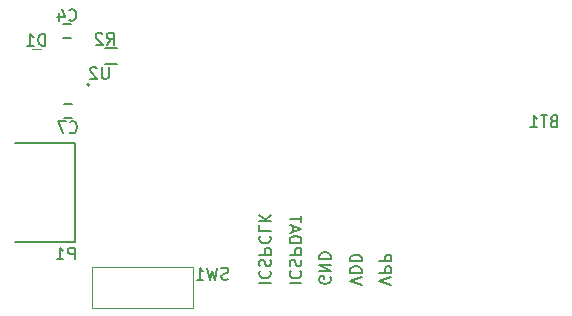
<source format=gbo>
G04 #@! TF.FileFunction,Legend,Bot*
%FSLAX46Y46*%
G04 Gerber Fmt 4.6, Leading zero omitted, Abs format (unit mm)*
G04 Created by KiCad (PCBNEW 4.0.2+dfsg1-stable) date Sun 14 May 2017 07:45:38 PM MDT*
%MOMM*%
G01*
G04 APERTURE LIST*
%ADD10C,0.100000*%
%ADD11C,0.200000*%
%ADD12C,0.150000*%
G04 APERTURE END LIST*
D10*
D11*
X179347619Y-118261905D02*
X180347619Y-118261905D01*
X179442857Y-117214286D02*
X179395238Y-117261905D01*
X179347619Y-117404762D01*
X179347619Y-117500000D01*
X179395238Y-117642858D01*
X179490476Y-117738096D01*
X179585714Y-117785715D01*
X179776190Y-117833334D01*
X179919048Y-117833334D01*
X180109524Y-117785715D01*
X180204762Y-117738096D01*
X180300000Y-117642858D01*
X180347619Y-117500000D01*
X180347619Y-117404762D01*
X180300000Y-117261905D01*
X180252381Y-117214286D01*
X179395238Y-116833334D02*
X179347619Y-116690477D01*
X179347619Y-116452381D01*
X179395238Y-116357143D01*
X179442857Y-116309524D01*
X179538095Y-116261905D01*
X179633333Y-116261905D01*
X179728571Y-116309524D01*
X179776190Y-116357143D01*
X179823810Y-116452381D01*
X179871429Y-116642858D01*
X179919048Y-116738096D01*
X179966667Y-116785715D01*
X180061905Y-116833334D01*
X180157143Y-116833334D01*
X180252381Y-116785715D01*
X180300000Y-116738096D01*
X180347619Y-116642858D01*
X180347619Y-116404762D01*
X180300000Y-116261905D01*
X179347619Y-115833334D02*
X180347619Y-115833334D01*
X180347619Y-115452381D01*
X180300000Y-115357143D01*
X180252381Y-115309524D01*
X180157143Y-115261905D01*
X180014286Y-115261905D01*
X179919048Y-115309524D01*
X179871429Y-115357143D01*
X179823810Y-115452381D01*
X179823810Y-115833334D01*
X179442857Y-114261905D02*
X179395238Y-114309524D01*
X179347619Y-114452381D01*
X179347619Y-114547619D01*
X179395238Y-114690477D01*
X179490476Y-114785715D01*
X179585714Y-114833334D01*
X179776190Y-114880953D01*
X179919048Y-114880953D01*
X180109524Y-114833334D01*
X180204762Y-114785715D01*
X180300000Y-114690477D01*
X180347619Y-114547619D01*
X180347619Y-114452381D01*
X180300000Y-114309524D01*
X180252381Y-114261905D01*
X179347619Y-113357143D02*
X179347619Y-113833334D01*
X180347619Y-113833334D01*
X179347619Y-113023810D02*
X180347619Y-113023810D01*
X179347619Y-112452381D02*
X179919048Y-112880953D01*
X180347619Y-112452381D02*
X179776190Y-113023810D01*
X181947619Y-118261905D02*
X182947619Y-118261905D01*
X182042857Y-117214286D02*
X181995238Y-117261905D01*
X181947619Y-117404762D01*
X181947619Y-117500000D01*
X181995238Y-117642858D01*
X182090476Y-117738096D01*
X182185714Y-117785715D01*
X182376190Y-117833334D01*
X182519048Y-117833334D01*
X182709524Y-117785715D01*
X182804762Y-117738096D01*
X182900000Y-117642858D01*
X182947619Y-117500000D01*
X182947619Y-117404762D01*
X182900000Y-117261905D01*
X182852381Y-117214286D01*
X181995238Y-116833334D02*
X181947619Y-116690477D01*
X181947619Y-116452381D01*
X181995238Y-116357143D01*
X182042857Y-116309524D01*
X182138095Y-116261905D01*
X182233333Y-116261905D01*
X182328571Y-116309524D01*
X182376190Y-116357143D01*
X182423810Y-116452381D01*
X182471429Y-116642858D01*
X182519048Y-116738096D01*
X182566667Y-116785715D01*
X182661905Y-116833334D01*
X182757143Y-116833334D01*
X182852381Y-116785715D01*
X182900000Y-116738096D01*
X182947619Y-116642858D01*
X182947619Y-116404762D01*
X182900000Y-116261905D01*
X181947619Y-115833334D02*
X182947619Y-115833334D01*
X182947619Y-115452381D01*
X182900000Y-115357143D01*
X182852381Y-115309524D01*
X182757143Y-115261905D01*
X182614286Y-115261905D01*
X182519048Y-115309524D01*
X182471429Y-115357143D01*
X182423810Y-115452381D01*
X182423810Y-115833334D01*
X181947619Y-114833334D02*
X182947619Y-114833334D01*
X182947619Y-114595239D01*
X182900000Y-114452381D01*
X182804762Y-114357143D01*
X182709524Y-114309524D01*
X182519048Y-114261905D01*
X182376190Y-114261905D01*
X182185714Y-114309524D01*
X182090476Y-114357143D01*
X181995238Y-114452381D01*
X181947619Y-114595239D01*
X181947619Y-114833334D01*
X182233333Y-113880953D02*
X182233333Y-113404762D01*
X181947619Y-113976191D02*
X182947619Y-113642858D01*
X181947619Y-113309524D01*
X182947619Y-113119048D02*
X182947619Y-112547619D01*
X181947619Y-112833334D02*
X182947619Y-112833334D01*
X185400000Y-117738095D02*
X185447619Y-117833333D01*
X185447619Y-117976190D01*
X185400000Y-118119048D01*
X185304762Y-118214286D01*
X185209524Y-118261905D01*
X185019048Y-118309524D01*
X184876190Y-118309524D01*
X184685714Y-118261905D01*
X184590476Y-118214286D01*
X184495238Y-118119048D01*
X184447619Y-117976190D01*
X184447619Y-117880952D01*
X184495238Y-117738095D01*
X184542857Y-117690476D01*
X184876190Y-117690476D01*
X184876190Y-117880952D01*
X184447619Y-117261905D02*
X185447619Y-117261905D01*
X184447619Y-116690476D01*
X185447619Y-116690476D01*
X184447619Y-116214286D02*
X185447619Y-116214286D01*
X185447619Y-115976191D01*
X185400000Y-115833333D01*
X185304762Y-115738095D01*
X185209524Y-115690476D01*
X185019048Y-115642857D01*
X184876190Y-115642857D01*
X184685714Y-115690476D01*
X184590476Y-115738095D01*
X184495238Y-115833333D01*
X184447619Y-115976191D01*
X184447619Y-116214286D01*
X188047619Y-118404762D02*
X187047619Y-118071429D01*
X188047619Y-117738095D01*
X187047619Y-117404762D02*
X188047619Y-117404762D01*
X188047619Y-117166667D01*
X188000000Y-117023809D01*
X187904762Y-116928571D01*
X187809524Y-116880952D01*
X187619048Y-116833333D01*
X187476190Y-116833333D01*
X187285714Y-116880952D01*
X187190476Y-116928571D01*
X187095238Y-117023809D01*
X187047619Y-117166667D01*
X187047619Y-117404762D01*
X187047619Y-116404762D02*
X188047619Y-116404762D01*
X188047619Y-116166667D01*
X188000000Y-116023809D01*
X187904762Y-115928571D01*
X187809524Y-115880952D01*
X187619048Y-115833333D01*
X187476190Y-115833333D01*
X187285714Y-115880952D01*
X187190476Y-115928571D01*
X187095238Y-116023809D01*
X187047619Y-116166667D01*
X187047619Y-116404762D01*
X190547619Y-118404762D02*
X189547619Y-118071429D01*
X190547619Y-117738095D01*
X189547619Y-117404762D02*
X190547619Y-117404762D01*
X190547619Y-117023809D01*
X190500000Y-116928571D01*
X190452381Y-116880952D01*
X190357143Y-116833333D01*
X190214286Y-116833333D01*
X190119048Y-116880952D01*
X190071429Y-116928571D01*
X190023810Y-117023809D01*
X190023810Y-117404762D01*
X189547619Y-116404762D02*
X190547619Y-116404762D01*
X190547619Y-116023809D01*
X190500000Y-115928571D01*
X190452381Y-115880952D01*
X190357143Y-115833333D01*
X190214286Y-115833333D01*
X190119048Y-115880952D01*
X190071429Y-115928571D01*
X190023810Y-116023809D01*
X190023810Y-116404762D01*
D10*
X173750000Y-116850000D02*
X173750000Y-120350000D01*
X165250000Y-116850000D02*
X165250000Y-120350000D01*
X173750000Y-120350000D02*
X165250000Y-120350000D01*
X173750000Y-116850000D02*
X165250000Y-116850000D01*
D12*
X163800000Y-114800000D02*
X158650000Y-114800000D01*
X163800000Y-106400000D02*
X158650000Y-106400000D01*
X163800000Y-114800000D02*
X163800000Y-106400000D01*
X162750000Y-97500000D02*
X163450000Y-97500000D01*
X163450000Y-96300000D02*
X162750000Y-96300000D01*
D10*
X160100000Y-98400000D02*
X160900000Y-98400000D01*
D12*
X165008252Y-101449617D02*
G75*
G03X165008252Y-101449617I-100000J0D01*
G01*
X162800000Y-104300000D02*
X163500000Y-104300000D01*
X163500000Y-103100000D02*
X162800000Y-103100000D01*
X167300000Y-98325000D02*
X166300000Y-98325000D01*
X166300000Y-99675000D02*
X167300000Y-99675000D01*
X204285714Y-104528571D02*
X204142857Y-104576190D01*
X204095238Y-104623810D01*
X204047619Y-104719048D01*
X204047619Y-104861905D01*
X204095238Y-104957143D01*
X204142857Y-105004762D01*
X204238095Y-105052381D01*
X204619048Y-105052381D01*
X204619048Y-104052381D01*
X204285714Y-104052381D01*
X204190476Y-104100000D01*
X204142857Y-104147619D01*
X204095238Y-104242857D01*
X204095238Y-104338095D01*
X204142857Y-104433333D01*
X204190476Y-104480952D01*
X204285714Y-104528571D01*
X204619048Y-104528571D01*
X203761905Y-104052381D02*
X203190476Y-104052381D01*
X203476191Y-105052381D02*
X203476191Y-104052381D01*
X202333333Y-105052381D02*
X202904762Y-105052381D01*
X202619048Y-105052381D02*
X202619048Y-104052381D01*
X202714286Y-104195238D01*
X202809524Y-104290476D01*
X202904762Y-104338095D01*
X176733333Y-117904762D02*
X176590476Y-117952381D01*
X176352380Y-117952381D01*
X176257142Y-117904762D01*
X176209523Y-117857143D01*
X176161904Y-117761905D01*
X176161904Y-117666667D01*
X176209523Y-117571429D01*
X176257142Y-117523810D01*
X176352380Y-117476190D01*
X176542857Y-117428571D01*
X176638095Y-117380952D01*
X176685714Y-117333333D01*
X176733333Y-117238095D01*
X176733333Y-117142857D01*
X176685714Y-117047619D01*
X176638095Y-117000000D01*
X176542857Y-116952381D01*
X176304761Y-116952381D01*
X176161904Y-117000000D01*
X175828571Y-116952381D02*
X175590476Y-117952381D01*
X175399999Y-117238095D01*
X175209523Y-117952381D01*
X174971428Y-116952381D01*
X174066666Y-117952381D02*
X174638095Y-117952381D01*
X174352381Y-117952381D02*
X174352381Y-116952381D01*
X174447619Y-117095238D01*
X174542857Y-117190476D01*
X174638095Y-117238095D01*
X163738095Y-116252381D02*
X163738095Y-115252381D01*
X163357142Y-115252381D01*
X163261904Y-115300000D01*
X163214285Y-115347619D01*
X163166666Y-115442857D01*
X163166666Y-115585714D01*
X163214285Y-115680952D01*
X163261904Y-115728571D01*
X163357142Y-115776190D01*
X163738095Y-115776190D01*
X162214285Y-116252381D02*
X162785714Y-116252381D01*
X162500000Y-116252381D02*
X162500000Y-115252381D01*
X162595238Y-115395238D01*
X162690476Y-115490476D01*
X162785714Y-115538095D01*
X163266666Y-95957143D02*
X163314285Y-96004762D01*
X163457142Y-96052381D01*
X163552380Y-96052381D01*
X163695238Y-96004762D01*
X163790476Y-95909524D01*
X163838095Y-95814286D01*
X163885714Y-95623810D01*
X163885714Y-95480952D01*
X163838095Y-95290476D01*
X163790476Y-95195238D01*
X163695238Y-95100000D01*
X163552380Y-95052381D01*
X163457142Y-95052381D01*
X163314285Y-95100000D01*
X163266666Y-95147619D01*
X162409523Y-95385714D02*
X162409523Y-96052381D01*
X162647619Y-95004762D02*
X162885714Y-95719048D01*
X162266666Y-95719048D01*
X161238095Y-98152381D02*
X161238095Y-97152381D01*
X161000000Y-97152381D01*
X160857142Y-97200000D01*
X160761904Y-97295238D01*
X160714285Y-97390476D01*
X160666666Y-97580952D01*
X160666666Y-97723810D01*
X160714285Y-97914286D01*
X160761904Y-98009524D01*
X160857142Y-98104762D01*
X161000000Y-98152381D01*
X161238095Y-98152381D01*
X159714285Y-98152381D02*
X160285714Y-98152381D01*
X160000000Y-98152381D02*
X160000000Y-97152381D01*
X160095238Y-97295238D01*
X160190476Y-97390476D01*
X160285714Y-97438095D01*
X166620157Y-99952381D02*
X166620157Y-100761905D01*
X166572538Y-100857143D01*
X166524919Y-100904762D01*
X166429681Y-100952381D01*
X166239204Y-100952381D01*
X166143966Y-100904762D01*
X166096347Y-100857143D01*
X166048728Y-100761905D01*
X166048728Y-99952381D01*
X165620157Y-100047619D02*
X165572538Y-100000000D01*
X165477300Y-99952381D01*
X165239204Y-99952381D01*
X165143966Y-100000000D01*
X165096347Y-100047619D01*
X165048728Y-100142857D01*
X165048728Y-100238095D01*
X165096347Y-100380952D01*
X165667776Y-100952381D01*
X165048728Y-100952381D01*
X163316666Y-105457143D02*
X163364285Y-105504762D01*
X163507142Y-105552381D01*
X163602380Y-105552381D01*
X163745238Y-105504762D01*
X163840476Y-105409524D01*
X163888095Y-105314286D01*
X163935714Y-105123810D01*
X163935714Y-104980952D01*
X163888095Y-104790476D01*
X163840476Y-104695238D01*
X163745238Y-104600000D01*
X163602380Y-104552381D01*
X163507142Y-104552381D01*
X163364285Y-104600000D01*
X163316666Y-104647619D01*
X162983333Y-104552381D02*
X162316666Y-104552381D01*
X162745238Y-105552381D01*
X166466666Y-98052381D02*
X166800000Y-97576190D01*
X167038095Y-98052381D02*
X167038095Y-97052381D01*
X166657142Y-97052381D01*
X166561904Y-97100000D01*
X166514285Y-97147619D01*
X166466666Y-97242857D01*
X166466666Y-97385714D01*
X166514285Y-97480952D01*
X166561904Y-97528571D01*
X166657142Y-97576190D01*
X167038095Y-97576190D01*
X166085714Y-97147619D02*
X166038095Y-97100000D01*
X165942857Y-97052381D01*
X165704761Y-97052381D01*
X165609523Y-97100000D01*
X165561904Y-97147619D01*
X165514285Y-97242857D01*
X165514285Y-97338095D01*
X165561904Y-97480952D01*
X166133333Y-98052381D01*
X165514285Y-98052381D01*
M02*

</source>
